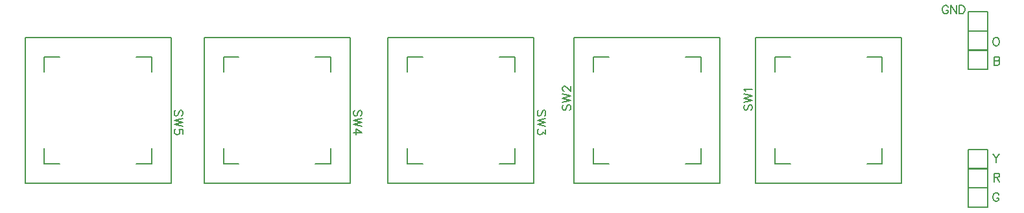
<source format=gto>
G04 Layer: TopSilkscreenLayer*
G04 EasyEDA v6.5.34, 2023-08-17 23:02:58*
G04 80a5892e81db4367b3f60eb2337eeb35,8ef1d5b344d144c2b0b16805c6f0e890,10*
G04 Gerber Generator version 0.2*
G04 Scale: 100 percent, Rotated: No, Reflected: No *
G04 Dimensions in millimeters *
G04 leading zeros omitted , absolute positions ,4 integer and 5 decimal *
%FSLAX45Y45*%
%MOMM*%

%ADD10C,0.1524*%
%ADD11C,0.1501*%
%ADD12C,0.2032*%
%ADD13C,0.2030*%

%LPD*%
D10*
X10709577Y-1387355D02*
G01*
X10699163Y-1397769D01*
X10694083Y-1413263D01*
X10694083Y-1434091D01*
X10699163Y-1449585D01*
X10709577Y-1459999D01*
X10719991Y-1459999D01*
X10730405Y-1454919D01*
X10735739Y-1449585D01*
X10740819Y-1439171D01*
X10751233Y-1407929D01*
X10756313Y-1397769D01*
X10761647Y-1392435D01*
X10772061Y-1387355D01*
X10787555Y-1387355D01*
X10797969Y-1397769D01*
X10803049Y-1413263D01*
X10803049Y-1434091D01*
X10797969Y-1449585D01*
X10787555Y-1459999D01*
X10694083Y-1353065D02*
G01*
X10803049Y-1326903D01*
X10694083Y-1300995D02*
G01*
X10803049Y-1326903D01*
X10694083Y-1300995D02*
G01*
X10803049Y-1275087D01*
X10694083Y-1249179D02*
G01*
X10803049Y-1275087D01*
X10714911Y-1214889D02*
G01*
X10709577Y-1204475D01*
X10694083Y-1188727D01*
X10803049Y-1188727D01*
X8339576Y-1387355D02*
G01*
X8329162Y-1397769D01*
X8324082Y-1413263D01*
X8324082Y-1434091D01*
X8329162Y-1449585D01*
X8339576Y-1459999D01*
X8349990Y-1459999D01*
X8360404Y-1454919D01*
X8365738Y-1449585D01*
X8370818Y-1439171D01*
X8381232Y-1407929D01*
X8386312Y-1397769D01*
X8391646Y-1392435D01*
X8402060Y-1387355D01*
X8417554Y-1387355D01*
X8427968Y-1397769D01*
X8433048Y-1413263D01*
X8433048Y-1434091D01*
X8427968Y-1449585D01*
X8417554Y-1459999D01*
X8324082Y-1353065D02*
G01*
X8433048Y-1326903D01*
X8324082Y-1300995D02*
G01*
X8433048Y-1326903D01*
X8324082Y-1300995D02*
G01*
X8433048Y-1275087D01*
X8324082Y-1249179D02*
G01*
X8433048Y-1275087D01*
X8349990Y-1209555D02*
G01*
X8344910Y-1209555D01*
X8334496Y-1204475D01*
X8329162Y-1199141D01*
X8324082Y-1188727D01*
X8324082Y-1167899D01*
X8329162Y-1157739D01*
X8334496Y-1152405D01*
X8344910Y-1147325D01*
X8355324Y-1147325D01*
X8365738Y-1152405D01*
X8381232Y-1162819D01*
X8433048Y-1214889D01*
X8433048Y-1141991D01*
X8090423Y-1532643D02*
G01*
X8100837Y-1522229D01*
X8105917Y-1506735D01*
X8105917Y-1485907D01*
X8100837Y-1470413D01*
X8090423Y-1459999D01*
X8080009Y-1459999D01*
X8069595Y-1465079D01*
X8064261Y-1470413D01*
X8059181Y-1480827D01*
X8048767Y-1512069D01*
X8043687Y-1522229D01*
X8038353Y-1527563D01*
X8027939Y-1532643D01*
X8012445Y-1532643D01*
X8002031Y-1522229D01*
X7996951Y-1506735D01*
X7996951Y-1485907D01*
X8002031Y-1470413D01*
X8012445Y-1459999D01*
X8105917Y-1566933D02*
G01*
X7996951Y-1593095D01*
X8105917Y-1619003D02*
G01*
X7996951Y-1593095D01*
X8105917Y-1619003D02*
G01*
X7996951Y-1644911D01*
X8105917Y-1670819D02*
G01*
X7996951Y-1644911D01*
X8105917Y-1715523D02*
G01*
X8105917Y-1772673D01*
X8064261Y-1741685D01*
X8064261Y-1757179D01*
X8059181Y-1767593D01*
X8054101Y-1772673D01*
X8038353Y-1778007D01*
X8027939Y-1778007D01*
X8012445Y-1772673D01*
X8002031Y-1762259D01*
X7996951Y-1746765D01*
X7996951Y-1731271D01*
X8002031Y-1715523D01*
X8007111Y-1710443D01*
X8017525Y-1705109D01*
X5690422Y-1532643D02*
G01*
X5700836Y-1522229D01*
X5705916Y-1506735D01*
X5705916Y-1485907D01*
X5700836Y-1470413D01*
X5690422Y-1459999D01*
X5680008Y-1459999D01*
X5669594Y-1465079D01*
X5664260Y-1470413D01*
X5659180Y-1480827D01*
X5648766Y-1512069D01*
X5643686Y-1522229D01*
X5638352Y-1527563D01*
X5627938Y-1532643D01*
X5612444Y-1532643D01*
X5602030Y-1522229D01*
X5596950Y-1506735D01*
X5596950Y-1485907D01*
X5602030Y-1470413D01*
X5612444Y-1459999D01*
X5705916Y-1566933D02*
G01*
X5596950Y-1593095D01*
X5705916Y-1619003D02*
G01*
X5596950Y-1593095D01*
X5705916Y-1619003D02*
G01*
X5596950Y-1644911D01*
X5705916Y-1670819D02*
G01*
X5596950Y-1644911D01*
X5705916Y-1757179D02*
G01*
X5633272Y-1705109D01*
X5633272Y-1783087D01*
X5705916Y-1757179D02*
G01*
X5596950Y-1757179D01*
X3350422Y-1532643D02*
G01*
X3360836Y-1522229D01*
X3365916Y-1506735D01*
X3365916Y-1485907D01*
X3360836Y-1470413D01*
X3350422Y-1459999D01*
X3340008Y-1459999D01*
X3329594Y-1465079D01*
X3324260Y-1470413D01*
X3319180Y-1480827D01*
X3308766Y-1512069D01*
X3303686Y-1522229D01*
X3298352Y-1527563D01*
X3287938Y-1532643D01*
X3272444Y-1532643D01*
X3262030Y-1522229D01*
X3256950Y-1506735D01*
X3256950Y-1485907D01*
X3262030Y-1470413D01*
X3272444Y-1459999D01*
X3365916Y-1566933D02*
G01*
X3256950Y-1593095D01*
X3365916Y-1619003D02*
G01*
X3256950Y-1593095D01*
X3365916Y-1619003D02*
G01*
X3256950Y-1644911D01*
X3365916Y-1670819D02*
G01*
X3256950Y-1644911D01*
X3365916Y-1767593D02*
G01*
X3365916Y-1715523D01*
X3319180Y-1710443D01*
X3324260Y-1715523D01*
X3329594Y-1731271D01*
X3329594Y-1746765D01*
X3324260Y-1762259D01*
X3314100Y-1772673D01*
X3298352Y-1778007D01*
X3287938Y-1778007D01*
X3272444Y-1772673D01*
X3262030Y-1762259D01*
X3256950Y-1746765D01*
X3256950Y-1731271D01*
X3262030Y-1715523D01*
X3267110Y-1710443D01*
X3277524Y-1705109D01*
X13975841Y-506984D02*
G01*
X13965427Y-512063D01*
X13955013Y-522478D01*
X13949679Y-532892D01*
X13944600Y-548639D01*
X13944600Y-574547D01*
X13949679Y-590042D01*
X13955013Y-600455D01*
X13965427Y-610870D01*
X13975841Y-615950D01*
X13996670Y-615950D01*
X14006829Y-610870D01*
X14017243Y-600455D01*
X14022577Y-590042D01*
X14027658Y-574547D01*
X14027658Y-548639D01*
X14022577Y-532892D01*
X14017243Y-522478D01*
X14006829Y-512063D01*
X13996670Y-506984D01*
X13975841Y-506984D01*
X13957300Y-760984D02*
G01*
X13957300Y-869950D01*
X13957300Y-760984D02*
G01*
X14004036Y-760984D01*
X14019529Y-766063D01*
X14024863Y-771397D01*
X14029943Y-781812D01*
X14029943Y-792226D01*
X14024863Y-802639D01*
X14019529Y-807720D01*
X14004036Y-812800D01*
X13957300Y-812800D02*
G01*
X14004036Y-812800D01*
X14019529Y-818134D01*
X14024863Y-823213D01*
X14029943Y-833628D01*
X14029943Y-849376D01*
X14024863Y-859789D01*
X14019529Y-864870D01*
X14004036Y-869950D01*
X13957300Y-869950D01*
X13944600Y-2030984D02*
G01*
X13986256Y-2082800D01*
X13986256Y-2139950D01*
X14027658Y-2030984D02*
G01*
X13986256Y-2082800D01*
X13957300Y-2284984D02*
G01*
X13957300Y-2393950D01*
X13957300Y-2284984D02*
G01*
X14004036Y-2284984D01*
X14019529Y-2290063D01*
X14024863Y-2295397D01*
X14029943Y-2305812D01*
X14029943Y-2316226D01*
X14024863Y-2326639D01*
X14019529Y-2331720D01*
X14004036Y-2336800D01*
X13957300Y-2336800D01*
X13993622Y-2336800D02*
G01*
X14029943Y-2393950D01*
X14022577Y-2564892D02*
G01*
X14017243Y-2554478D01*
X14006829Y-2544063D01*
X13996670Y-2538984D01*
X13975841Y-2538984D01*
X13965427Y-2544063D01*
X13955013Y-2554478D01*
X13949679Y-2564892D01*
X13944600Y-2580639D01*
X13944600Y-2606547D01*
X13949679Y-2622042D01*
X13955013Y-2632455D01*
X13965427Y-2642870D01*
X13975841Y-2647950D01*
X13996670Y-2647950D01*
X14006829Y-2642870D01*
X14017243Y-2632455D01*
X14022577Y-2622042D01*
X14022577Y-2606547D01*
X13996670Y-2606547D02*
G01*
X14022577Y-2606547D01*
X13362177Y-113792D02*
G01*
X13356843Y-103378D01*
X13346429Y-92963D01*
X13336270Y-87884D01*
X13315441Y-87884D01*
X13305027Y-92963D01*
X13294613Y-103378D01*
X13289279Y-113792D01*
X13284200Y-129539D01*
X13284200Y-155447D01*
X13289279Y-170942D01*
X13294613Y-181355D01*
X13305027Y-191770D01*
X13315441Y-196850D01*
X13336270Y-196850D01*
X13346429Y-191770D01*
X13356843Y-181355D01*
X13362177Y-170942D01*
X13362177Y-155447D01*
X13336270Y-155447D02*
G01*
X13362177Y-155447D01*
X13396468Y-87884D02*
G01*
X13396468Y-196850D01*
X13396468Y-87884D02*
G01*
X13469111Y-196850D01*
X13469111Y-87884D02*
G01*
X13469111Y-196850D01*
X13503402Y-87884D02*
G01*
X13503402Y-196850D01*
X13503402Y-87884D02*
G01*
X13539724Y-87884D01*
X13555472Y-92963D01*
X13565886Y-103378D01*
X13570966Y-113792D01*
X13576300Y-129539D01*
X13576300Y-155447D01*
X13570966Y-170942D01*
X13565886Y-181355D01*
X13555472Y-191770D01*
X13539724Y-196850D01*
X13503402Y-196850D01*
D11*
X12299998Y-2159998D02*
G01*
X12499997Y-2159998D01*
X10847499Y-2412499D02*
G01*
X10847499Y-507499D01*
X12752499Y-507499D01*
X12752499Y-2412499D01*
X10847499Y-2412499D01*
X12499997Y-2159998D02*
G01*
X12499997Y-1959998D01*
X11100000Y-760001D02*
G01*
X11300000Y-760001D01*
X11100000Y-960000D02*
G01*
X11100000Y-760001D01*
X11300000Y-760001D01*
X11100000Y-960000D02*
G01*
X11100000Y-760001D01*
X12499997Y-760001D02*
G01*
X12299998Y-760001D01*
X12499997Y-960000D02*
G01*
X12499997Y-760001D01*
X12299998Y-760001D01*
X12499997Y-960000D02*
G01*
X12499997Y-760001D01*
X11100000Y-1959998D02*
G01*
X11100000Y-2159998D01*
X11300000Y-2159998D01*
X9929997Y-2159998D02*
G01*
X10129997Y-2159998D01*
X8477498Y-2412499D02*
G01*
X8477498Y-507499D01*
X10382498Y-507499D01*
X10382498Y-2412499D01*
X8477498Y-2412499D01*
X10129997Y-2159998D02*
G01*
X10129997Y-1959998D01*
X8730000Y-760001D02*
G01*
X8929999Y-760001D01*
X8730000Y-960000D02*
G01*
X8730000Y-760001D01*
X8929999Y-760001D01*
X8730000Y-960000D02*
G01*
X8730000Y-760001D01*
X10129997Y-760001D02*
G01*
X9929997Y-760001D01*
X10129997Y-960000D02*
G01*
X10129997Y-760001D01*
X9929997Y-760001D01*
X10129997Y-960000D02*
G01*
X10129997Y-760001D01*
X8730000Y-1959998D02*
G01*
X8730000Y-2159998D01*
X8929999Y-2159998D01*
X6500002Y-760001D02*
G01*
X6300002Y-760001D01*
X7952501Y-507499D02*
G01*
X7952501Y-2412499D01*
X6047501Y-2412499D01*
X6047501Y-507499D01*
X7952501Y-507499D01*
X6300002Y-760001D02*
G01*
X6300002Y-960000D01*
X7699999Y-2159998D02*
G01*
X7500000Y-2159998D01*
X7699999Y-1959998D02*
G01*
X7699999Y-2159998D01*
X7500000Y-2159998D01*
X7699999Y-1959998D02*
G01*
X7699999Y-2159998D01*
X6300002Y-2159998D02*
G01*
X6500002Y-2159998D01*
X6300002Y-1959998D02*
G01*
X6300002Y-2159998D01*
X6500002Y-2159998D01*
X6300002Y-1959998D02*
G01*
X6300002Y-2159998D01*
X7699999Y-960000D02*
G01*
X7699999Y-760001D01*
X7500000Y-760001D01*
X4100001Y-760001D02*
G01*
X3900002Y-760001D01*
X5552500Y-507499D02*
G01*
X5552500Y-2412499D01*
X3647500Y-2412499D01*
X3647500Y-507499D01*
X5552500Y-507499D01*
X3900002Y-760001D02*
G01*
X3900002Y-960000D01*
X5299999Y-2159998D02*
G01*
X5099999Y-2159998D01*
X5299999Y-1959998D02*
G01*
X5299999Y-2159998D01*
X5099999Y-2159998D01*
X5299999Y-1959998D02*
G01*
X5299999Y-2159998D01*
X3900002Y-2159998D02*
G01*
X4100001Y-2159998D01*
X3900002Y-1959998D02*
G01*
X3900002Y-2159998D01*
X4100001Y-2159998D01*
X3900002Y-1959998D02*
G01*
X3900002Y-2159998D01*
X5299999Y-960000D02*
G01*
X5299999Y-760001D01*
X5099999Y-760001D01*
X1760001Y-760001D02*
G01*
X1560001Y-760001D01*
X3212500Y-507499D02*
G01*
X3212500Y-2412499D01*
X1307500Y-2412499D01*
X1307500Y-507499D01*
X3212500Y-507499D01*
X1560001Y-760001D02*
G01*
X1560001Y-960000D01*
X2959999Y-2159998D02*
G01*
X2759999Y-2159998D01*
X2959999Y-1959998D02*
G01*
X2959999Y-2159998D01*
X2759999Y-2159998D01*
X2959999Y-1959998D02*
G01*
X2959999Y-2159998D01*
X1560001Y-2159998D02*
G01*
X1760001Y-2159998D01*
X1560001Y-1959998D02*
G01*
X1560001Y-2159998D01*
X1760001Y-2159998D01*
X1560001Y-1959998D02*
G01*
X1560001Y-2159998D01*
X2959999Y-960000D02*
G01*
X2959999Y-760001D01*
X2759999Y-760001D01*
D12*
X13877010Y-677011D02*
G01*
X13623010Y-677011D01*
X13623010Y-423011D01*
X13877010Y-423011D01*
X13877010Y-613511D01*
D13*
X13877010Y-677011D02*
G01*
X13877010Y-613511D01*
D12*
X13877010Y-926998D02*
G01*
X13623010Y-926998D01*
X13623010Y-672998D01*
X13877010Y-672998D01*
X13877010Y-863498D01*
D13*
X13877010Y-926998D02*
G01*
X13877010Y-863498D01*
D12*
X13877000Y-2226995D02*
G01*
X13623000Y-2226995D01*
X13623000Y-1972995D01*
X13877000Y-1972995D01*
X13877000Y-2163495D01*
D13*
X13877000Y-2226995D02*
G01*
X13877000Y-2163495D01*
D12*
X13877010Y-2477000D02*
G01*
X13623010Y-2477000D01*
X13623010Y-2223000D01*
X13877010Y-2223000D01*
X13877010Y-2413500D01*
D13*
X13877010Y-2477000D02*
G01*
X13877010Y-2413500D01*
D12*
X13877010Y-2726999D02*
G01*
X13623010Y-2726999D01*
X13623010Y-2472999D01*
X13877010Y-2472999D01*
X13877010Y-2663499D01*
D13*
X13877010Y-2726999D02*
G01*
X13877010Y-2663499D01*
D12*
X13877000Y-426999D02*
G01*
X13623000Y-426999D01*
X13623000Y-172999D01*
X13877000Y-172999D01*
X13877000Y-363499D01*
D13*
X13877000Y-426999D02*
G01*
X13877000Y-363499D01*
M02*

</source>
